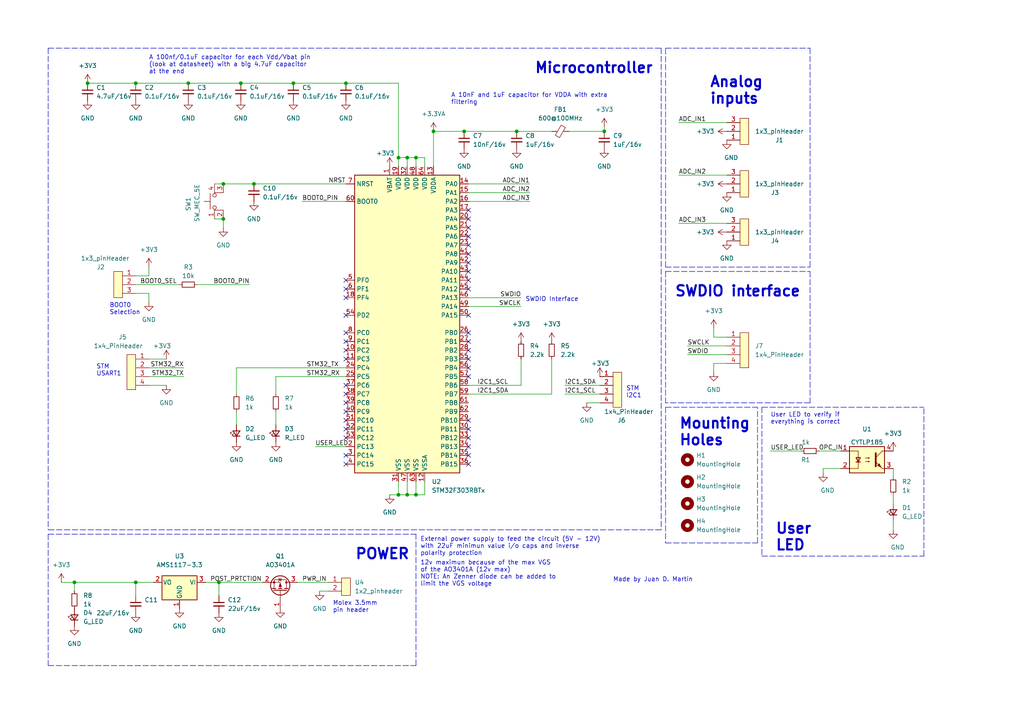
<source format=kicad_sch>
(kicad_sch (version 20211123) (generator eeschema)
  (paper "A4")
  (title_block (title "Analog data collector") (rev "0.1") (company "Energized Sloth"))
  (lib_symbols
    (symbol "Device:C_Small" (pin_numbers hide) (pin_names (offset 0.254) hide)
      (property "Reference" "C" (at 0.254 1.778 0))
      (property "Value" "C_Small" (at 0.254 -2.032 0))
      (symbol "C_Small_0_1"
        (polyline (pts (xy -1.524 -0.508) (xy 1.524 -0.508)) (stroke (width 0.3302)))
        (polyline (pts (xy -1.524 0.508) (xy 1.524 0.508)) (stroke (width 0.3048)))
      )
      (symbol "C_Small_1_1"
        (pin passive line (at 0 2.54 270) (length 2.032) (name "~") (number "1"))
        (pin passive line (at 0 -2.54 90) (length 2.032) (name "~") (number "2"))
      )
    )
    (symbol "Device:FerriteBead_Small" (pin_numbers hide) (pin_names (offset 0))
      (property "Reference" "FB" (at 1.905 1.27 0))
      (property "Value" "FerriteBead_Small" (at 1.905 -1.27 0))
      (symbol "FerriteBead_Small_0_1"
        (polyline (pts (xy 0 -1.27) (xy 0 -0.7874)))
        (polyline (pts (xy 0 0.889) (xy 0 1.2954)))
        (polyline (pts (xy -1.8288 0.2794) (xy -1.1176 1.4986) (xy 1.8288 -0.2032) (xy 1.1176 -1.4224) (xy -1.8288 0.2794)))
      )
      (symbol "FerriteBead_Small_1_1"
        (pin passive line (at 0 2.54 270) (length 1.27) (name "~") (number "1"))
        (pin passive line (at 0 -2.54 90) (length 1.27) (name "~") (number "2"))
      )
    )
    (symbol "Device:LED_Small" (pin_numbers hide) (pin_names (offset 0.254) hide)
      (property "Reference" "D" (at -1.27 3.175 0))
      (property "Value" "LED_Small" (at -4.445 -2.54 0))
      (symbol "LED_Small_0_1"
        (polyline (pts (xy -0.762 -1.016) (xy -0.762 1.016)) (stroke (width 0.254)))
        (polyline (pts (xy 1.016 0) (xy -0.762 0)))
        (polyline (pts (xy 0.762 -1.016) (xy -0.762 0) (xy 0.762 1.016) (xy 0.762 -1.016)) (stroke (width 0.254)))
        (polyline (pts (xy 0 0.762) (xy -0.508 1.27) (xy -0.254 1.27) (xy -0.508 1.27) (xy -0.508 1.016)))
        (polyline (pts (xy 0.508 1.27) (xy 0 1.778) (xy 0.254 1.778) (xy 0 1.778) (xy 0 1.524)))
      )
      (symbol "LED_Small_1_1"
        (pin passive line (at -2.54 0 0) (length 1.778) (name "K") (number "1"))
        (pin passive line (at 2.54 0 180) (length 1.778) (name "A") (number "2"))
      )
    )
    (symbol "Device:R_Small" (pin_numbers hide) (pin_names (offset 0.254) hide)
      (property "Reference" "R" (at 0.762 0.508 0))
      (property "Value" "R_Small" (at 0.762 -1.016 0))
      (symbol "R_Small_0_1"
        (rectangle (start -0.762 1.778) (end 0.762 -1.778) (stroke (width 0.2032)))
      )
      (symbol "R_Small_1_1"
        (pin passive line (at 0 2.54 270) (length 0.762) (name "~") (number "1"))
        (pin passive line (at 0 -2.54 90) (length 0.762) (name "~") (number "2"))
      )
    )
    (symbol "MCU_ST_STM32F3:STM32F303RBTx"
      (property "Reference" "U" (at -15.24 44.45 0))
      (property "Value" "STM32F303RBTx" (at 10.16 44.45 0))
      (symbol "STM32F303RBTx_0_1"
        (rectangle (start -15.24 -43.18) (end 15.24 43.18) (stroke (width 0.254)) (fill (type background)))
      )
      (symbol "STM32F303RBTx_1_1"
        (pin power_in line (at -5.08 45.72 270) (length 2.54) (name "VBAT") (number "1"))
        (pin bidirectional line (at -17.78 -7.62 0) (length 2.54) (name "PC2") (number "10"))
        (pin bidirectional line (at -17.78 -10.16 0) (length 2.54) (name "PC3") (number "11"))
        (pin power_in line (at 5.08 -45.72 90) (length 2.54) (name "VSSA") (number "12"))
        (pin power_in line (at 7.62 45.72 270) (length 2.54) (name "VDDA") (number "13"))
        (pin bidirectional line (at 17.78 40.64 180) (length 2.54) (name "PA0") (number "14"))
        (pin bidirectional line (at 17.78 38.1 180) (length 2.54) (name "PA1") (number "15"))
        (pin bidirectional line (at 17.78 35.56 180) (length 2.54) (name "PA2") (number "16"))
        (pin bidirectional line (at 17.78 33.02 180) (length 2.54) (name "PA3") (number "17"))
        (pin bidirectional line (at -17.78 7.62 0) (length 2.54) (name "PF4") (number "18"))
        (pin power_in line (at -2.54 45.72 270) (length 2.54) (name "VDD") (number "19"))
        (pin bidirectional line (at -17.78 -35.56 0) (length 2.54) (name "PC13") (number "2"))
        (pin bidirectional line (at 17.78 30.48 180) (length 2.54) (name "PA4") (number "20"))
        (pin bidirectional line (at 17.78 27.94 180) (length 2.54) (name "PA5") (number "21"))
        (pin bidirectional line (at 17.78 25.4 180) (length 2.54) (name "PA6") (number "22"))
        (pin bidirectional line (at 17.78 22.86 180) (length 2.54) (name "PA7") (number "23"))
        (pin bidirectional line (at -17.78 -12.7 0) (length 2.54) (name "PC4") (number "24"))
        (pin bidirectional line (at -17.78 -15.24 0) (length 2.54) (name "PC5") (number "25"))
        (pin bidirectional line (at 17.78 -2.54 180) (length 2.54) (name "PB0") (number "26"))
        (pin bidirectional line (at 17.78 -5.08 180) (length 2.54) (name "PB1") (number "27"))
        (pin bidirectional line (at 17.78 -7.62 180) (length 2.54) (name "PB2") (number "28"))
        (pin bidirectional line (at 17.78 -27.94 180) (length 2.54) (name "PB10") (number "29"))
        (pin bidirectional line (at -17.78 -38.1 0) (length 2.54) (name "PC14") (number "3"))
        (pin bidirectional line (at 17.78 -30.48 180) (length 2.54) (name "PB11") (number "30"))
        (pin power_in line (at -2.54 -45.72 90) (length 2.54) (name "VSS") (number "31"))
        (pin power_in line (at 0 45.72 270) (length 2.54) (name "VDD") (number "32"))
        (pin bidirectional line (at 17.78 -33.02 180) (length 2.54) (name "PB12") (number "33"))
        (pin bidirectional line (at 17.78 -35.56 180) (length 2.54) (name "PB13") (number "34"))
        (pin bidirectional line (at 17.78 -38.1 180) (length 2.54) (name "PB14") (number "35"))
        (pin bidirectional line (at 17.78 -40.64 180) (length 2.54) (name "PB15") (number "36"))
        (pin bidirectional line (at -17.78 -17.78 0) (length 2.54) (name "PC6") (number "37"))
        (pin bidirectional line (at -17.78 -20.32 0) (length 2.54) (name "PC7") (number "38"))
        (pin bidirectional line (at -17.78 -22.86 0) (length 2.54) (name "PC8") (number "39"))
        (pin bidirectional line (at -17.78 -40.64 0) (length 2.54) (name "PC15") (number "4"))
        (pin bidirectional line (at -17.78 -25.4 0) (length 2.54) (name "PC9") (number "40"))
        (pin bidirectional line (at 17.78 20.32 180) (length 2.54) (name "PA8") (number "41"))
        (pin bidirectional line (at 17.78 17.78 180) (length 2.54) (name "PA9") (number "42"))
        (pin bidirectional line (at 17.78 15.24 180) (length 2.54) (name "PA10") (number "43"))
        (pin bidirectional line (at 17.78 12.7 180) (length 2.54) (name "PA11") (number "44"))
        (pin bidirectional line (at 17.78 10.16 180) (length 2.54) (name "PA12") (number "45"))
        (pin bidirectional line (at 17.78 7.62 180) (length 2.54) (name "PA13") (number "46"))
        (pin power_in line (at 0 -45.72 90) (length 2.54) (name "VSS") (number "47"))
        (pin power_in line (at 2.54 45.72 270) (length 2.54) (name "VDD") (number "48"))
        (pin bidirectional line (at 17.78 5.08 180) (length 2.54) (name "PA14") (number "49"))
        (pin input line (at -17.78 12.7 0) (length 2.54) (name "PF0") (number "5"))
        (pin bidirectional line (at 17.78 2.54 180) (length 2.54) (name "PA15") (number "50"))
        (pin bidirectional line (at -17.78 -27.94 0) (length 2.54) (name "PC10") (number "51"))
        (pin bidirectional line (at -17.78 -30.48 0) (length 2.54) (name "PC11") (number "52"))
        (pin bidirectional line (at -17.78 -33.02 0) (length 2.54) (name "PC12") (number "53"))
        (pin bidirectional line (at -17.78 2.54 0) (length 2.54) (name "PD2") (number "54"))
        (pin bidirectional line (at 17.78 -10.16 180) (length 2.54) (name "PB3") (number "55"))
        (pin bidirectional line (at 17.78 -12.7 180) (length 2.54) (name "PB4") (number "56"))
        (pin bidirectional line (at 17.78 -15.24 180) (length 2.54) (name "PB5") (number "57"))
        (pin bidirectional line (at 17.78 -17.78 180) (length 2.54) (name "PB6") (number "58"))
        (pin bidirectional line (at 17.78 -20.32 180) (length 2.54) (name "PB7") (number "59"))
        (pin input line (at -17.78 10.16 0) (length 2.54) (name "PF1") (number "6"))
        (pin input line (at -17.78 35.56 0) (length 2.54) (name "BOOT0") (number "60"))
        (pin bidirectional line (at 17.78 -22.86 180) (length 2.54) (name "PB8") (number "61"))
        (pin bidirectional line (at 17.78 -25.4 180) (length 2.54) (name "PB9") (number "62"))
        (pin power_in line (at 2.54 -45.72 90) (length 2.54) (name "VSS") (number "63"))
        (pin power_in line (at 5.08 45.72 270) (length 2.54) (name "VDD") (number "64"))
        (pin input line (at -17.78 40.64 0) (length 2.54) (name "NRST") (number "7"))
        (pin bidirectional line (at -17.78 -2.54 0) (length 2.54) (name "PC0") (number "8"))
        (pin bidirectional line (at -17.78 -5.08 0) (length 2.54) (name "PC1") (number "9"))
      )
    )
    (symbol "Mechanical:MountingHole" (pin_names (offset 1.016))
      (property "Reference" "H" (at 0 5.08 0))
      (property "Value" "MountingHole" (at 0 3.175 0))
      (symbol "MountingHole_0_1"
        (circle (center 0 0) (radius 1.27) (stroke (width 1.27)))
      )
    )
    (symbol "Optocouplers:OCIC_CYTLP185(GB-TP)"
      (property "Reference" "U" (at 0 6.35 0))
      (property "Value" "OCIC_CYTLP185(GB-TP)" (at 1.27 8.89 0))
      (symbol "OCIC_CYTLP185(GB-TP)_0_1"
        (rectangle (start -5.08 3.81) (end 5.08 -3.81) (stroke (width 0.254)) (fill (type background)))
        (polyline (pts (xy -3.175 -0.635) (xy -1.905 -0.635)) (stroke (width 0.254)))
        (polyline (pts (xy 2.54 0.635) (xy 4.445 2.54)))
        (polyline (pts (xy 4.445 -2.54) (xy 2.54 -0.635)) (fill (type outline)))
        (polyline (pts (xy 4.445 -2.54) (xy 5.08 -2.54)))
        (polyline (pts (xy 4.445 2.54) (xy 5.08 2.54)))
        (polyline (pts (xy -2.54 -0.635) (xy -2.54 -2.54) (xy -5.08 -2.54)))
        (polyline (pts (xy 2.54 1.905) (xy 2.54 -1.905) (xy 2.54 -1.905)) (stroke (width 0.508)))
        (polyline (pts (xy -5.08 2.54) (xy -2.54 2.54) (xy -2.54 -1.27) (xy -2.54 0.635)))
        (polyline (pts (xy -2.54 -0.635) (xy -3.175 0.635) (xy -1.905 0.635) (xy -2.54 -0.635)) (stroke (width 0.254)))
        (polyline (pts (xy -0.508 -0.508) (xy 0.762 -0.508) (xy 0.381 -0.635) (xy 0.381 -0.381) (xy 0.762 -0.508)))
        (polyline (pts (xy -0.508 0.508) (xy 0.762 0.508) (xy 0.381 0.381) (xy 0.381 0.635) (xy 0.762 0.508)))
        (polyline (pts (xy 3.048 -1.651) (xy 3.556 -1.143) (xy 4.064 -2.159) (xy 3.048 -1.651) (xy 3.048 -1.651)) (fill (type outline)))
      )
      (symbol "OCIC_CYTLP185(GB-TP)_1_1"
        (pin passive line (at -7.62 2.54 0) (length 2.54) (name "~") (number "1"))
        (pin passive line (at -7.62 -2.54 0) (length 2.54) (name "~") (number "2"))
        (pin passive line (at 7.62 -2.54 180) (length 2.54) (name "~") (number "3"))
        (pin passive line (at 7.62 2.54 180) (length 2.54) (name "~") (number "4"))
      )
    )
    (symbol "Pin_Headers:1x2_pinheader"
      (property "Reference" "U" (at -1.27 5.08 0))
      (property "Value" "1x2_pinheader" (at -2.54 7.62 0))
      (symbol "1x2_pinheader_0_1"
        (rectangle (start -1.27 2.54) (end 1.27 -2.54) (fill (type background)))
      )
      (symbol "1x2_pinheader_1_1"
        (pin input line (at -5.08 1.27 0) (length 3.81) (name "") (number "1"))
        (pin input line (at -5.08 -1.27 0) (length 3.81) (name "") (number "2"))
      )
    )
    (symbol "Pin_Headers:1x3_pinHeader"
      (property "Reference" "J" (at 0 10.16 0))
      (property "Value" "1x3_pinHeader" (at -1.27 6.35 0))
      (symbol "1x3_pinHeader_0_1"
        (rectangle (start 1.27 3.81) (end 3.81 -3.81) (fill (type background)))
      )
      (symbol "1x3_pinHeader_1_1"
        (pin input line (at -2.54 2.54 0) (length 3.81) (name "") (number "1"))
        (pin input line (at -2.54 0 0) (length 3.81) (name "") (number "2"))
        (pin input line (at -2.54 -2.54 0) (length 3.81) (name "") (number "3"))
      )
    )
    (symbol "Pin_Headers:1x4_PinHeader"
      (property "Reference" "J" (at -2.54 7.366 0))
      (property "Value" "1x4_PinHeader" (at -2.794 5.842 0))
      (symbol "1x4_PinHeader_0_1"
        (rectangle (start 0 2.54) (end 2.54 -7.62) (fill (type background)))
      )
      (symbol "1x4_PinHeader_1_1"
        (pin input line (at -3.81 1.27 0) (length 3.81) (name "") (number "1"))
        (pin input line (at -3.81 -1.27 0) (length 3.81) (name "") (number "2"))
        (pin input line (at -3.81 -3.81 0) (length 3.81) (name "") (number "3"))
        (pin input line (at -3.81 -6.35 0) (length 3.81) (name "") (number "4"))
      )
    )
    (symbol "Regulator_Linear:AMS1117-3.3" (pin_names (offset 0.254))
      (property "Reference" "U" (at -3.81 3.175 0))
      (property "Value" "AMS1117-3.3" (at 0 3.175 0))
      (symbol "AMS1117-3.3_0_1"
        (rectangle (start -5.08 -5.08) (end 5.08 1.905) (stroke (width 0.254)) (fill (type background)))
      )
      (symbol "AMS1117-3.3_1_1"
        (pin power_in line (at 0 -7.62 90) (length 2.54) (name "GND") (number "1"))
        (pin power_out line (at 7.62 0 180) (length 2.54) (name "VO") (number "2"))
        (pin power_in line (at -7.62 0 0) (length 2.54) (name "VI") (number "3"))
      )
    )
    (symbol "Switch:SW_MEC_5E" (pin_names (offset 1.016) hide)
      (property "Reference" "SW" (at 0.635 5.715 0))
      (property "Value" "SW_MEC_5E" (at 0 -3.175 0))
      (symbol "SW_MEC_5E_0_1"
        (circle (center -1.778 2.54) (radius 0.508))
        (polyline (pts (xy -2.286 3.81) (xy 2.286 3.81)))
        (polyline (pts (xy 0 3.81) (xy 0 5.588)))
        (polyline (pts (xy -2.54 0) (xy -2.54 2.54) (xy -2.286 2.54)))
        (polyline (pts (xy 2.54 0) (xy 2.54 2.54) (xy 2.286 2.54)))
        (circle (center 1.778 2.54) (radius 0.508))
        (pin passive line (at -5.08 2.54 0) (length 2.54) (name "1") (number "1"))
        (pin passive line (at -5.08 0 0) (length 2.54) (name "2") (number "2"))
        (pin passive line (at 5.08 0 180) (length 2.54) (name "K") (number "3"))
        (pin passive line (at 5.08 2.54 180) (length 2.54) (name "A") (number "4"))
      )
    )
    (symbol "Transistor_FET:AO3401A" (pin_names hide)
      (property "Reference" "Q" (at 5.08 1.905 0))
      (property "Value" "AO3401A" (at 5.08 0 0))
      (symbol "AO3401A_0_1"
        (polyline (pts (xy 0.254 0) (xy -2.54 0)))
        (polyline (pts (xy 0.254 1.905) (xy 0.254 -1.905)) (stroke (width 0.254)))
        (polyline (pts (xy 0.762 -1.27) (xy 0.762 -2.286)) (stroke (width 0.254)))
        (polyline (pts (xy 0.762 0.508) (xy 0.762 -0.508)) (stroke (width 0.254)))
        (polyline (pts (xy 0.762 2.286) (xy 0.762 1.27)) (stroke (width 0.254)))
        (polyline (pts (xy 2.54 2.54) (xy 2.54 1.778)))
        (polyline (pts (xy 2.54 -2.54) (xy 2.54 0) (xy 0.762 0)))
        (polyline (pts (xy 0.762 1.778) (xy 3.302 1.778) (xy 3.302 -1.778) (xy 0.762 -1.778)))
        (polyline (pts (xy 2.286 0) (xy 1.27 0.381) (xy 1.27 -0.381) (xy 2.286 0)) (fill (type outline)))
        (polyline (pts (xy 2.794 -0.508) (xy 2.921 -0.381) (xy 3.683 -0.381) (xy 3.81 -0.254)))
        (polyline (pts (xy 3.302 -0.381) (xy 2.921 0.254) (xy 3.683 0.254) (xy 3.302 -0.381)))
        (circle (center 1.651 0) (radius 2.794) (stroke (width 0.254)))
        (circle (center 2.54 -1.778) (radius 0.254) (fill (type outline)))
        (circle (center 2.54 1.778) (radius 0.254) (fill (type outline)))
      )
      (symbol "AO3401A_1_1"
        (pin input line (at -5.08 0 0) (length 2.54) (name "G") (number "1"))
        (pin passive line (at 2.54 -5.08 90) (length 2.54) (name "S") (number "2"))
        (pin passive line (at 2.54 5.08 270) (length 2.54) (name "D") (number "3"))
      )
    )
    (symbol "power:+3.3V" (power) (pin_names (offset 0))
      (property "Value" "+3.3V" (at 0 3.556 0))
      (symbol "+3.3V_0_1"
        (polyline (pts (xy -0.762 1.27) (xy 0 2.54)))
        (polyline (pts (xy 0 0) (xy 0 2.54)))
        (polyline (pts (xy 0 2.54) (xy 0.762 1.27)))
      )
      (symbol "+3.3V_1_1"
        (pin power_in line (at 0 0 90) (length 0) hide (name "+3V3") (number "1"))
      )
    )
    (symbol "power:+3.3VA" (power) (pin_names (offset 0))
      (property "Value" "+3.3VA" (at 0 3.556 0))
      (symbol "+3.3VA_0_1"
        (polyline (pts (xy -0.762 1.27) (xy 0 2.54)))
        (polyline (pts (xy 0 0) (xy 0 2.54)))
        (polyline (pts (xy 0 2.54) (xy 0.762 1.27)))
      )
      (symbol "+3.3VA_1_1"
        (pin power_in line (at 0 0 90) (length 0) hide (name "+3.3VA") (number "1"))
      )
    )
    (symbol "power:GND" (power) (pin_names (offset 0))
      (property "Value" "GND" (at 0 -3.81 0))
      (symbol "GND_0_1"
        (polyline (pts (xy 0 0) (xy 0 -1.27) (xy 1.27 -1.27) (xy 0 -2.54) (xy -1.27 -1.27) (xy 0 -1.27)))
      )
      (symbol "GND_1_1"
        (pin power_in line (at 0 0 270) (length 0) hide (name "GND") (number "1"))
      )
    )
  )
  (junction (at 39.37 24.13))
  (junction (at 69.85 24.13))
  (junction (at 25.4 24.13))
  (junction (at 149.86 38.1))
  (junction (at 100.33 24.13))
  (junction (at 64.77 63.5))
  (junction (at 21.59 168.91))
  (junction (at 120.65 143.51))
  (junction (at 118.11 143.51))
  (junction (at 120.65 45.72))
  (junction (at 64.77 53.34))
  (junction (at 54.61 24.13))
  (junction (at 125.73 38.1))
  (junction (at 118.11 45.72))
  (junction (at 73.66 53.34))
  (junction (at 175.26 38.1))
  (junction (at 115.57 143.51))
  (junction (at 85.09 24.13))
  (junction (at 115.57 45.72))
  (junction (at 63.5 168.91))
  (junction (at 134.62 38.1))
  (junction (at 39.37 168.91))
  (no_connect (at 135.89 83.82))
  (no_connect (at 135.89 91.44))
  (no_connect (at 135.89 109.22))
  (no_connect (at 135.89 60.96))
  (no_connect (at 135.89 63.5))
  (no_connect (at 135.89 66.04))
  (no_connect (at 135.89 68.58))
  (no_connect (at 135.89 71.12))
  (no_connect (at 135.89 73.66))
  (no_connect (at 135.89 76.2))
  (no_connect (at 135.89 78.74))
  (no_connect (at 135.89 132.08))
  (no_connect (at 135.89 134.62))
  (no_connect (at 135.89 127))
  (no_connect (at 135.89 121.92))
  (no_connect (at 135.89 124.46))
  (no_connect (at 135.89 129.54))
  (no_connect (at 135.89 81.28))
  (no_connect (at 135.89 96.52))
  (no_connect (at 135.89 99.06))
  (no_connect (at 135.89 101.6))
  (no_connect (at 135.89 104.14))
  (no_connect (at 135.89 106.68))
  (no_connect (at 100.33 96.52))
  (no_connect (at 100.33 99.06))
  (no_connect (at 100.33 101.6))
  (no_connect (at 100.33 104.14))
  (no_connect (at 100.33 91.44))
  (no_connect (at 100.33 81.28))
  (no_connect (at 100.33 119.38))
  (no_connect (at 100.33 121.92))
  (no_connect (at 100.33 124.46))
  (no_connect (at 100.33 127))
  (no_connect (at 100.33 116.84))
  (no_connect (at 100.33 111.76))
  (no_connect (at 100.33 114.3))
  (no_connect (at 100.33 83.82))
  (no_connect (at 100.33 86.36))
  (no_connect (at 100.33 132.08))
  (no_connect (at 100.33 134.62))
  (wire (pts (xy 43.18 111.76) (xy 48.26 111.76)))
  (wire (pts (xy 21.59 168.91) (xy 21.59 171.45)))
  (wire (pts (xy 165.1 38.1) (xy 175.26 38.1)))
  (polyline (pts (xy 234.95 13.97) (xy 234.95 77.47)))
  (wire (pts (xy 39.37 82.55) (xy 52.07 82.55)))
  (wire (pts (xy 57.15 82.55) (xy 72.39 82.55)))
  (polyline (pts (xy 13.97 154.94) (xy 13.97 193.04)))
  (wire (pts (xy 64.77 63.5) (xy 64.77 66.04)))
  (wire (pts (xy 207.01 95.25) (xy 207.01 97.79)))
  (wire (pts (xy 199.39 102.87) (xy 210.82 102.87)))
  (wire (pts (xy 160.02 104.14) (xy 160.02 114.3)))
  (polyline (pts (xy 193.04 118.11) (xy 219.71 118.11)))
  (wire (pts (xy 69.85 24.13) (xy 85.09 24.13)))
  (wire (pts (xy 173.99 116.84) (xy 170.18 116.84)))
  (polyline (pts (xy 220.98 118.11) (xy 267.97 118.11)))
  (wire (pts (xy 175.26 36.83) (xy 175.26 38.1)))
  (wire (pts (xy 91.44 129.54) (xy 100.33 129.54)))
  (wire (pts (xy 259.08 143.51) (xy 259.08 146.05)))
  (wire (pts (xy 125.73 48.26) (xy 125.73 38.1)))
  (polyline (pts (xy 193.04 13.97) (xy 234.95 13.97)))
  (polyline (pts (xy 13.97 154.94) (xy 120.65 154.94)))
  (wire (pts (xy 62.23 53.34) (xy 64.77 53.34)))
  (wire (pts (xy 43.18 109.22) (xy 53.34 109.22)))
  (wire (pts (xy 120.65 139.7) (xy 120.65 143.51)))
  (wire (pts (xy 223.52 130.81) (xy 232.41 130.81)))
  (polyline (pts (xy 191.77 153.67) (xy 13.97 153.67)))
  (polyline (pts (xy 120.65 193.04) (xy 120.65 154.94)))
  (wire (pts (xy 196.85 35.56) (xy 210.82 35.56)))
  (wire (pts (xy 80.01 119.38) (xy 80.01 123.19)))
  (wire (pts (xy 39.37 168.91) (xy 39.37 172.72)))
  (polyline (pts (xy 220.98 118.11) (xy 220.98 161.29)))
  (wire (pts (xy 123.19 48.26) (xy 123.19 45.72)))
  (wire (pts (xy 43.18 85.09) (xy 43.18 87.63)))
  (wire (pts (xy 25.4 24.13) (xy 39.37 24.13)))
  (wire (pts (xy 73.66 53.34) (xy 100.33 53.34)))
  (wire (pts (xy 196.85 50.8) (xy 210.82 50.8)))
  (polyline (pts (xy 234.95 78.74) (xy 234.95 116.84)))
  (wire (pts (xy 259.08 151.13) (xy 259.08 153.67)))
  (wire (pts (xy 237.49 130.81) (xy 243.84 130.81)))
  (wire (pts (xy 118.11 48.26) (xy 118.11 45.72)))
  (wire (pts (xy 135.89 114.3) (xy 160.02 114.3)))
  (polyline (pts (xy 13.97 193.04) (xy 120.65 193.04)))
  (wire (pts (xy 120.65 45.72) (xy 120.65 48.26)))
  (wire (pts (xy 63.5 172.72) (xy 63.5 168.91)))
  (wire (pts (xy 64.77 53.34) (xy 73.66 53.34)))
  (wire (pts (xy 259.08 135.89) (xy 259.08 138.43)))
  (wire (pts (xy 100.33 24.13) (xy 115.57 24.13)))
  (polyline (pts (xy 220.98 161.29) (xy 267.97 161.29)))
  (polyline (pts (xy 234.95 116.84) (xy 193.04 116.84)))
  (wire (pts (xy 135.89 88.9) (xy 151.13 88.9)))
  (wire (pts (xy 135.89 58.42) (xy 153.67 58.42)))
  (wire (pts (xy 115.57 139.7) (xy 115.57 143.51)))
  (wire (pts (xy 43.18 106.68) (xy 53.34 106.68)))
  (wire (pts (xy 207.01 97.79) (xy 210.82 97.79)))
  (wire (pts (xy 68.58 119.38) (xy 68.58 123.19)))
  (wire (pts (xy 196.85 64.77) (xy 210.82 64.77)))
  (wire (pts (xy 115.57 143.51) (xy 113.03 143.51)))
  (wire (pts (xy 123.19 143.51) (xy 120.65 143.51)))
  (wire (pts (xy 68.58 106.68) (xy 100.33 106.68)))
  (polyline (pts (xy 193.04 118.11) (xy 193.04 157.48)))
  (wire (pts (xy 80.01 109.22) (xy 100.33 109.22)))
  (wire (pts (xy 123.19 139.7) (xy 123.19 143.51)))
  (wire (pts (xy 123.19 45.72) (xy 120.65 45.72)))
  (wire (pts (xy 238.76 135.89) (xy 238.76 137.16)))
  (wire (pts (xy 39.37 80.01) (xy 43.18 80.01)))
  (wire (pts (xy 54.61 24.13) (xy 69.85 24.13)))
  (polyline (pts (xy 193.04 77.47) (xy 193.04 13.97)))
  (wire (pts (xy 115.57 45.72) (xy 115.57 24.13)))
  (wire (pts (xy 95.25 171.45) (xy 92.71 171.45)))
  (polyline (pts (xy 193.04 157.48) (xy 219.71 157.48)))
  (polyline (pts (xy 13.97 13.97) (xy 13.97 153.67)))
  (polyline (pts (xy 191.77 13.97) (xy 191.77 153.67)))
  (wire (pts (xy 85.09 24.13) (xy 100.33 24.13)))
  (wire (pts (xy 43.18 80.01) (xy 43.18 77.47)))
  (wire (pts (xy 87.63 58.42) (xy 100.33 58.42)))
  (wire (pts (xy 118.11 139.7) (xy 118.11 143.51)))
  (wire (pts (xy 135.89 55.88) (xy 153.67 55.88)))
  (wire (pts (xy 118.11 45.72) (xy 115.57 45.72)))
  (wire (pts (xy 163.83 114.3) (xy 173.99 114.3)))
  (wire (pts (xy 243.84 135.89) (xy 238.76 135.89)))
  (wire (pts (xy 134.62 38.1) (xy 149.86 38.1)))
  (wire (pts (xy 115.57 48.26) (xy 115.57 45.72)))
  (wire (pts (xy 86.36 168.91) (xy 95.25 168.91)))
  (wire (pts (xy 62.23 63.5) (xy 64.77 63.5)))
  (wire (pts (xy 120.65 143.51) (xy 118.11 143.51)))
  (wire (pts (xy 135.89 111.76) (xy 151.13 111.76)))
  (wire (pts (xy 39.37 85.09) (xy 43.18 85.09)))
  (wire (pts (xy 199.39 100.33) (xy 210.82 100.33)))
  (wire (pts (xy 63.5 168.91) (xy 76.2 168.91)))
  (wire (pts (xy 80.01 109.22) (xy 80.01 114.3)))
  (wire (pts (xy 151.13 104.14) (xy 151.13 111.76)))
  (wire (pts (xy 207.01 105.41) (xy 210.82 105.41)))
  (wire (pts (xy 63.5 168.91) (xy 59.69 168.91)))
  (wire (pts (xy 135.89 53.34) (xy 153.67 53.34)))
  (wire (pts (xy 21.59 168.91) (xy 39.37 168.91)))
  (wire (pts (xy 125.73 38.1) (xy 134.62 38.1)))
  (wire (pts (xy 163.83 111.76) (xy 173.99 111.76)))
  (wire (pts (xy 17.78 168.91) (xy 21.59 168.91)))
  (wire (pts (xy 207.01 107.95) (xy 207.01 105.41)))
  (polyline (pts (xy 219.71 157.48) (xy 219.71 118.11)))
  (wire (pts (xy 135.89 86.36) (xy 151.13 86.36)))
  (polyline (pts (xy 267.97 161.29) (xy 267.97 118.11)))
  (wire (pts (xy 149.86 38.1) (xy 160.02 38.1)))
  (polyline (pts (xy 13.97 13.97) (xy 191.77 13.97)))
  (polyline (pts (xy 193.04 77.47) (xy 234.95 77.47)))
  (wire (pts (xy 39.37 168.91) (xy 44.45 168.91)))
  (wire (pts (xy 39.37 24.13) (xy 54.61 24.13)))
  (polyline (pts (xy 193.04 78.74) (xy 193.04 116.84)))
  (wire (pts (xy 68.58 106.68) (xy 68.58 114.3)))
  (polyline (pts (xy 193.04 78.74) (xy 234.95 78.74)))
  (wire (pts (xy 43.18 104.14) (xy 48.26 104.14)))
  (wire (pts (xy 118.11 143.51) (xy 115.57 143.51)))
  (wire (pts (xy 120.65 45.72) (xy 118.11 45.72)))
  (text "User\nLED" (at 224.79 160.02 0) (effects (font (size 3 3) (thickness 0.6) bold) (justify left bottom)))
  (text "Molex 3.5mm\npin header" (at 96.52 177.8 0) (effects (font (size 1.27 1.27)) (justify left bottom)))
  (text "A 10nF and 1uF capacitor for VDDA with extra\nfiltering" (at 130.81 30.48 0) (effects (font (size 1.27 1.27)) (justify left bottom)))
  (text "A 100nf/0.1uF capacitor for each Vdd/Vbat pin\n(look at datasheet) with a big 4.7uF capacitor\nat the end" (at 43.18 21.59 0) (effects (font (size 1.27 1.27)) (justify left bottom)))
  (text "STM\nUSART1" (at 27.94 109.22 0) (effects (font (size 1.27 1.27)) (justify left bottom)))
  (text "BOOT0 \nSelection" (at 31.75 91.44 0) (effects (font (size 1.27 1.27)) (justify left bottom)))
  (text "POWER" (at 102.87 162.56 0) (effects (font (size 3 3) (thickness 0.6) bold) (justify left bottom)))
  (text "Mounting \nHoles" (at 196.85 129.54 0) (effects (font (size 3 3) (thickness 0.6) bold) (justify left bottom)))
  (text "SWDIO interface" (at 195.58 86.36 0) (effects (font (size 3 3) (thickness 0.6) bold) (justify left bottom)))
  (text "External power supply to feed the circuit (5V - 12V)\nwith 22uF minimun value i/o caps and inverse \npolarity protection" (at 121.92 161.29 0) (effects (font (size 1.27 1.27)) (justify left bottom)))
  (text "SWDIO Interface\n" (at 152.4 87.63 0) (effects (font (size 1.27 1.27)) (justify left bottom)))
  (text "12v maximun because of the max VGS\nof the AO3401A (12v max)\nNOTE: An Zenner diode can be added to\nlimit the VGS voltage" (at 121.92 170.18 0) (effects (font (size 1.27 1.27)) (justify left bottom)))
  (text "User LED to verify if\neverything is correct" (at 223.52 123.19 0) (effects (font (size 1.27 1.27)) (justify left bottom)))
  (text "Microcontroller" (at 154.94 21.59 0) (effects (font (size 3 3) (thickness 0.6) bold) (justify left bottom)))
  (text "STM\nI2C1" (at 181.61 115.57 0) (effects (font (size 1.27 1.27)) (justify left bottom)))
  (text "Made by Juan D. Martín" (at 177.8 168.91 0) (effects (font (size 1.27 1.27)) (justify left bottom)))
  (text "Analog \ninputs" (at 205.74 30.48 0) (effects (font (size 3 3) (thickness 0.6) bold) (justify left bottom)))
  (label "ADC_IN1" (at 196.85 35.56 0))
  (label "USER_LED" (at 91.44 129.54 0))
  (label "POST_PRTCTION" (at 60.96 168.91 0))
  (label "SWCLK" (at 199.39 100.33 0))
  (label "SWCLK" (at 151.13 88.9 180))
  (label "ADC_IN3" (at 196.85 64.77 0))
  (label "BOOT0_PIN" (at 72.39 82.55 180))
  (label "I2C1_SCL" (at 138.43 111.76 0))
  (label "ADC_IN2" (at 196.85 50.8 0))
  (label "STM32_RX" (at 88.9 109.22 0))
  (label "I2C1_SDA" (at 163.83 111.76 0))
  (label "ADC_IN3" (at 153.67 58.42 180))
  (label "STM32_TX" (at 88.9 106.68 0))
  (label "STM32_TX" (at 53.34 109.22 180))
  (label "ADC_IN1" (at 153.67 53.34 180))
  (label "STM32_RX" (at 53.34 106.68 180))
  (label "USER_LED" (at 223.52 130.81 0))
  (label "SWDIO" (at 151.13 86.36 180))
  (label "OPC_IN" (at 237.49 130.81 0))
  (label "BOOT0_SEL" (at 40.64 82.55 0))
  (label "BOOT0_PIN" (at 87.63 58.42 0))
  (label "I2C1_SCL" (at 163.83 114.3 0))
  (label "ADC_IN2" (at 153.67 55.88 180))
  (label "PWR_IN" (at 87.63 168.91 0))
  (label "I2C1_SDA" (at 138.43 114.3 0))
  (label "NRST" (at 95.25 53.34 0))
  (label "SWDIO" (at 199.39 102.87 0))
  (symbol (lib_id "power:GND") (at 113.03 143.51 0) (unit 1)
    (property "Reference" "#PWR0117" (effects hide))
    (property "Value" "GND" (at 113.03 148.59 0))
  )
  (symbol (lib_id "Device:C_Small") (at 134.62 40.64 0) (unit 1)
    (property "Reference" "C7" (at 137.16 39.3762 0) (effects (justify left)))
    (property "Value" "10nF/16v" (at 137.16 41.9162 0) (effects (justify left)))
    (property "Footprint" "footprints:0603_Capacitor" (effects hide))
    (property "LCSC Part #" " C57112" (effects hide))
  )
  (symbol (lib_id "Pin_Headers:1x4_PinHeader") (at 214.63 99.06 0) (unit 1)
    (property "Reference" "J7" (at 218.948 100.3299 0) (effects (justify left)))
    (property "Value" "1x4_PinHeader" (at 218.948 102.8699 0) (effects (justify left)))
    (property "Footprint" "Connector_PinHeader_2.54mm:PinHeader_1x04_P2.54mm_Vertical" (effects hide))
  )
  (symbol (lib_id "power:GND") (at 39.37 177.8 0) (unit 1)
    (property "Reference" "#PWR0107" (effects hide))
    (property "Value" "GND" (at 39.37 182.88 0))
  )
  (symbol (lib_id "Pin_Headers:1x3_pinHeader") (at 213.36 53.34 0) (mirror x) (unit 1)
    (property "Reference" "J3" (at 224.79 55.88 0))
    (property "Value" "1x3_pinHeader" (at 226.06 53.34 0))
    (property "Footprint" "Connector_PinHeader_2.54mm:PinHeader_1x03_P2.54mm_Vertical" (effects hide))
  )
  (symbol (lib_id "Device:R_Small") (at 80.01 116.84 0) (unit 1)
    (property "Reference" "R7" (at 82.55 115.5699 0) (effects (justify left)))
    (property "Value" "1k" (at 82.55 118.1099 0) (effects (justify left)))
    (property "Footprint" "footprints:0805_Resistor" (effects hide))
  )
  (symbol (lib_id "power:GND") (at 63.5 177.8 0) (unit 1)
    (property "Reference" "#PWR0112" (effects hide))
    (property "Value" "GND" (at 63.5 182.88 0))
  )
  (symbol (lib_id "power:+3.3V") (at 173.99 109.22 0) (unit 1)
    (property "Reference" "#PWR0141" (effects hide))
    (property "Value" "+3.3V" (at 171.45 105.41 0) (effects (justify left)))
  )
  (symbol (lib_id "Pin_Headers:1x4_PinHeader") (at 177.8 110.49 0) (unit 1)
    (property "Reference" "J6" (at 179.07 121.92 0) (effects (justify left)))
    (property "Value" "1x4_PinHeader" (at 175.26 119.38 0) (effects (justify left)))
    (property "Footprint" "Connector_PinHeader_2.54mm:PinHeader_1x04_P2.54mm_Horizontal" (effects hide))
  )
  (symbol (lib_id "power:GND") (at 52.07 176.53 0) (unit 1)
    (property "Reference" "#PWR0106" (effects hide))
    (property "Value" "GND" (at 52.07 181.61 0))
  )
  (symbol (lib_id "Device:C_Small") (at 73.66 55.88 0) (unit 1)
    (property "Reference" "C10" (at 76.2 54.6162 0) (effects (justify left)))
    (property "Value" "0.1uF/16v" (at 76.2 57.1562 0) (effects (justify left)))
    (property "Footprint" "footprints:0603_Capacitor" (effects hide))
    (property "LCSC Part #" "C14663" (effects hide))
  )
  (symbol (lib_id "power:+3.3V") (at 210.82 67.31 90) (unit 1)
    (property "Reference" "#PWR0136" (effects hide))
    (property "Value" "+3.3V" (at 201.93 67.31 90) (effects (justify right)))
  )
  (symbol (lib_id "power:GND") (at 54.61 29.21 0) (unit 1)
    (property "Reference" "#PWR0123" (effects hide))
    (property "Value" "GND" (at 54.61 34.29 0))
  )
  (symbol (lib_id "power:GND") (at 210.82 40.64 0) (unit 1)
    (property "Reference" "#PWR0138" (effects hide))
    (property "Value" "GND" (at 212.09 45.72 0))
  )
  (symbol (lib_id "power:+3.3V") (at 48.26 104.14 0) (unit 1)
    (property "Reference" "#PWR0116" (effects hide))
    (property "Value" "+3.3V" (at 46.99 100.33 0))
  )
  (symbol (lib_id "power:GND") (at 43.18 87.63 0) (unit 1)
    (property "Reference" "#PWR0105" (effects hide))
    (property "Value" "GND" (at 43.18 92.71 0))
  )
  (symbol (lib_id "power:+3.3V") (at 151.13 99.06 0) (unit 1)
    (property "Reference" "#PWR0125" (effects hide))
    (property "Value" "+3.3V" (at 151.13 93.98 0))
  )
  (symbol (lib_id "Pin_Headers:1x2_pinheader") (at 100.33 170.18 0) (unit 1)
    (property "Reference" "U4" (at 102.87 168.9099 0) (effects (justify left)))
    (property "Value" "1x2_pinheader" (at 102.87 171.4499 0) (effects (justify left)))
    (property "Footprint" "Connector_Molex:Molex_KK-396_A-41791-0002_1x02_P3.96mm_Vertical" (effects hide))
  )
  (symbol (lib_id "power:+3.3V") (at 175.26 36.83 0) (unit 1)
    (property "Reference" "#PWR0128" (effects hide))
    (property "Value" "+3.3V" (at 175.26 31.75 0))
  )
  (symbol (lib_id "Optocouplers:OCIC_CYTLP185(GB-TP)") (at 251.46 133.35 0) (unit 1)
    (property "Reference" "U1" (at 251.46 124.46 0))
    (property "Value" "CYTLP185" (at 251.46 128.27 0))
    (property "Footprint" "OptoDevice:SOIC-4" (effects hide))
  )
  (symbol (lib_id "power:GND") (at 92.71 171.45 0) (unit 1)
    (property "Reference" "#PWR0108" (effects hide))
    (property "Value" "GND" (at 92.71 176.53 0))
  )
  (symbol (lib_id "Pin_Headers:1x3_pinHeader") (at 36.83 82.55 0) (mirror y) (unit 1)
    (property "Reference" "J2" (at 29.21 77.47 0))
    (property "Value" "1x3_pinHeader" (at 30.48 74.93 0))
    (property "Footprint" "Connector_PinHeader_2.54mm:PinHeader_1x03_P2.54mm_Vertical" (effects hide))
  )
  (symbol (lib_id "power:GND") (at 64.77 66.04 0) (unit 1)
    (property "Reference" "#PWR0144" (effects hide))
    (property "Value" "GND" (at 64.77 71.12 0))
  )
  (symbol (lib_id "Device:C_Small") (at 54.61 26.67 0) (unit 1)
    (property "Reference" "C3" (at 57.15 25.4062 0) (effects (justify left)))
    (property "Value" "0.1uF/16v" (at 57.15 27.9462 0) (effects (justify left)))
    (property "Footprint" "footprints:0603_Capacitor" (effects hide))
    (property "LCSC Part #" "C14663" (effects hide))
  )
  (symbol (lib_id "Pin_Headers:1x3_pinHeader") (at 213.36 38.1 0) (mirror x) (unit 1)
    (property "Reference" "J1" (at 226.06 40.64 0))
    (property "Value" "1x3_pinHeader" (at 226.06 38.1 0))
    (property "Footprint" "Connector_PinHeader_2.54mm:PinHeader_1x03_P2.54mm_Vertical" (effects hide))
  )
  (symbol (lib_id "power:GND") (at 210.82 69.85 0) (unit 1)
    (property "Reference" "#PWR0139" (effects hide))
    (property "Value" "GND" (at 210.82 74.93 0))
  )
  (symbol (lib_id "power:GND") (at 259.08 153.67 0) (unit 1)
    (property "Reference" "#PWR0132" (effects hide))
    (property "Value" "GND" (at 260.35 158.75 0))
  )
  (symbol (lib_id "Device:LED_Small") (at 21.59 179.07 90) (unit 1)
    (property "Reference" "D4" (at 24.13 177.7364 90) (effects (justify right)))
    (property "Value" "G_LED" (at 24.13 180.2764 90) (effects (justify right)))
    (property "Footprint" "footprints:LED_0805" (effects hide))
  )
  (symbol (lib_id "Device:R_Small") (at 54.61 82.55 90) (unit 1)
    (property "Reference" "R3" (at 54.61 77.47 90))
    (property "Value" "10k" (at 54.61 80.01 90))
    (property "Footprint" "footprints:0805_Resistor" (effects hide))
  )
  (symbol (lib_id "power:GND") (at 39.37 29.21 0) (unit 1)
    (property "Reference" "#PWR0102" (effects hide))
    (property "Value" "GND" (at 39.37 34.29 0))
  )
  (symbol (lib_id "Device:R_Small") (at 151.13 101.6 0) (unit 1)
    (property "Reference" "R4" (at 153.67 100.3299 0) (effects (justify left)))
    (property "Value" "2.2k" (at 153.67 102.8699 0) (effects (justify left)))
    (property "Footprint" "footprints:0805_Resistor" (effects hide))
  )
  (symbol (lib_id "Mechanical:MountingHole") (at 199.39 133.35 0) (unit 1)
    (property "Reference" "H1" (at 201.93 132.0799 0) (effects (justify left)))
    (property "Value" "MountingHole" (at 201.93 134.6199 0) (effects (justify left)))
    (property "Footprint" "MountingHole:MountingHole_2.2mm_M2" (effects hide))
  )
  (symbol (lib_id "Regulator_Linear:AMS1117-3.3") (at 52.07 168.91 0) (mirror y) (unit 1)
    (property "Reference" "U3" (at 52.07 161.29 0))
    (property "Value" "AMS1117-3.3" (at 52.07 163.83 0))
    (property "Footprint" "Package_TO_SOT_SMD:SOT-223-3_TabPin2" (effects hide))
    (property "Datasheet" "http://www.advanced-monolithic.com/pdf/ds1117.pdf" (effects hide))
  )
  (symbol (lib_id "Device:C_Small") (at 39.37 26.67 0) (unit 1)
    (property "Reference" "C2" (at 41.91 25.4062 0) (effects (justify left)))
    (property "Value" "0.1uF/16v" (at 41.91 27.9462 0) (effects (justify left)))
    (property "Footprint" "footprints:0603_Capacitor" (effects hide))
    (property "LCSC Part #" "C14663" (effects hide))
  )
  (symbol (lib_id "power:+3.3V") (at 43.18 77.47 0) (unit 1)
    (property "Reference" "#PWR0104" (effects hide))
    (property "Value" "+3.3V" (at 43.18 72.39 0))
  )
  (symbol (lib_id "power:+3.3V") (at 210.82 53.34 90) (unit 1)
    (property "Reference" "#PWR0135" (effects hide))
    (property "Value" "+3.3V" (at 201.93 53.34 90) (effects (justify right)))
  )
  (symbol (lib_id "power:GND") (at 134.62 43.18 0) (unit 1)
    (property "Reference" "#PWR0130" (effects hide))
    (property "Value" "GND" (at 134.62 48.26 0))
  )
  (symbol (lib_id "Pin_Headers:1x4_PinHeader") (at 39.37 105.41 0) (mirror y) (unit 1)
    (property "Reference" "J5" (at 35.56 97.79 0))
    (property "Value" "1x4_PinHeader" (at 34.29 100.33 0))
    (property "Footprint" "Connector_PinHeader_2.54mm:PinHeader_1x04_P2.54mm_Horizontal" (effects hide))
  )
  (symbol (lib_id "power:GND") (at 207.01 107.95 0) (unit 1)
    (property "Reference" "#PWR0143" (effects hide))
    (property "Value" "GND" (at 207.01 113.03 0))
  )
  (symbol (lib_id "Device:R_Small") (at 259.08 140.97 0) (unit 1)
    (property "Reference" "R2" (at 261.62 139.6999 0) (effects (justify left)))
    (property "Value" "1k" (at 261.62 142.2399 0) (effects (justify left)))
    (property "Footprint" "footprints:0805_Resistor" (effects hide))
  )
  (symbol (lib_id "Device:LED_Small") (at 80.01 125.73 90) (unit 1)
    (property "Reference" "D3" (at 82.55 124.3964 90) (effects (justify right)))
    (property "Value" "R_LED" (at 82.55 126.9364 90) (effects (justify right)))
    (property "Footprint" "footprints:LED_0805" (effects hide))
  )
  (symbol (lib_id "power:+3.3VA") (at 125.73 38.1 0) (unit 1)
    (property "Reference" "#PWR0129" (effects hide))
    (property "Value" "+3.3VA" (at 125.73 33.02 0))
  )
  (symbol (lib_id "Device:LED_Small") (at 259.08 148.59 90) (unit 1)
    (property "Reference" "D1" (at 261.62 147.2564 90) (effects (justify right)))
    (property "Value" "G_LED" (at 261.62 149.7964 90) (effects (justify right)))
    (property "Footprint" "footprints:LED_0805" (effects hide))
  )
  (symbol (lib_id "Device:C_Small") (at 25.4 26.67 0) (unit 1)
    (property "Reference" "C1" (at 27.94 25.4062 0) (effects (justify left)))
    (property "Value" "4.7uF/16v" (at 27.94 27.9462 0) (effects (justify left)))
    (property "Footprint" "footprints:0603_Capacitor" (effects hide))
    (property "LCSC Part #" "C19666" (effects hide))
  )
  (symbol (lib_id "power:GND") (at 73.66 58.42 0) (unit 1)
    (property "Reference" "#PWR0115" (effects hide))
    (property "Value" "GND" (at 73.66 63.5 0))
  )
  (symbol (lib_id "power:GND") (at 238.76 137.16 0) (unit 1)
    (property "Reference" "#PWR0133" (effects hide))
    (property "Value" "GND" (at 240.03 142.24 0))
  )
  (symbol (lib_id "power:GND") (at 69.85 29.21 0) (unit 1)
    (property "Reference" "#PWR0122" (effects hide))
    (property "Value" "GND" (at 69.85 34.29 0))
  )
  (symbol (lib_id "power:GND") (at 25.4 29.21 0) (unit 1)
    (property "Reference" "#PWR0101" (effects hide))
    (property "Value" "GND" (at 25.4 34.29 0))
  )
  (symbol (lib_id "Device:R_Small") (at 234.95 130.81 90) (unit 1)
    (property "Reference" "R1" (at 233.68 133.35 90))
    (property "Value" "1k" (at 233.68 128.27 90))
    (property "Footprint" "footprints:0805_Resistor" (effects hide))
  )
  (symbol (lib_id "power:GND") (at 68.58 128.27 0) (unit 1)
    (property "Reference" "#PWR0114" (effects hide))
    (property "Value" "GND" (at 68.58 133.35 0))
  )
  (symbol (lib_id "Device:C_Small") (at 149.86 40.64 0) (unit 1)
    (property "Reference" "C8" (at 152.4 39.3762 0) (effects (justify left)))
    (property "Value" "1uF/16v" (at 152.4 41.9162 0) (effects (justify left)))
    (property "Footprint" "footprints:0603_Capacitor" (effects hide))
  )
  (symbol (lib_id "power:+3.3V") (at 160.02 99.06 0) (unit 1)
    (property "Reference" "#PWR0124" (effects hide))
    (property "Value" "+3.3V" (at 160.02 93.98 0))
  )
  (symbol (lib_id "Device:R_Small") (at 21.59 173.99 0) (unit 1)
    (property "Reference" "R8" (at 24.13 172.7199 0) (effects (justify left)))
    (property "Value" "1k" (at 24.13 175.2599 0) (effects (justify left)))
    (property "Footprint" "footprints:0805_Resistor" (effects hide))
  )
  (symbol (lib_id "Switch:SW_MEC_5E") (at 64.77 58.42 90) (unit 1)
    (property "Reference" "SW1" (at 54.61 57.15 0) (effects (justify right)))
    (property "Value" "SW_MEC_5E" (at 57.15 53.34 0) (effects (justify right)))
    (property "Footprint" "Button_Switch_SMD:PUSH_6x6mm_SMD" (effects hide))
    (property "Datasheet" "http://www.apem.com/int/index.php?controller=attachment&id_attachment=1371" (effects hide))
  )
  (symbol (lib_id "Device:R_Small") (at 160.02 101.6 0) (unit 1)
    (property "Reference" "R5" (at 162.56 100.3299 0) (effects (justify left)))
    (property "Value" "2.2k" (at 162.56 102.8699 0) (effects (justify left)))
    (property "Footprint" "footprints:0805_Resistor" (effects hide))
  )
  (symbol (lib_id "power:GND") (at 21.59 181.61 0) (unit 1)
    (property "Reference" "#PWR0111" (effects hide))
    (property "Value" "GND" (at 21.59 186.69 0))
  )
  (symbol (lib_id "Mechanical:MountingHole") (at 199.39 146.05 0) (unit 1)
    (property "Reference" "H3" (at 201.93 144.7799 0) (effects (justify left)))
    (property "Value" "MountingHole" (at 201.93 147.3199 0) (effects (justify left)))
    (property "Footprint" "MountingHole:MountingHole_2.2mm_M2" (effects hide))
  )
  (symbol (lib_id "Device:C_Small") (at 175.26 40.64 0) (unit 1)
    (property "Reference" "C9" (at 177.8 39.3762 0) (effects (justify left)))
    (property "Value" "1uF/16v" (at 177.8 41.9162 0) (effects (justify left)))
    (property "Footprint" "footprints:0603_Capacitor" (effects hide))
  )
  (symbol (lib_id "power:GND") (at 85.09 29.21 0) (unit 1)
    (property "Reference" "#PWR0119" (effects hide))
    (property "Value" "GND" (at 85.09 34.29 0))
  )
  (symbol (lib_id "Pin_Headers:1x3_pinHeader") (at 213.36 67.31 0) (mirror x) (unit 1)
    (property "Reference" "J4" (at 224.79 69.85 0))
    (property "Value" "1x3_pinHeader" (at 226.06 67.31 0))
    (property "Footprint" "Connector_PinHeader_2.54mm:PinHeader_1x03_P2.54mm_Vertical" (effects hide))
  )
  (symbol (lib_id "Device:FerriteBead_Small") (at 162.56 38.1 90) (unit 1)
    (property "Reference" "FB1" (at 162.5219 31.75 90))
    (property "Value" "600@100MHz" (at 162.5219 34.29 90))
    (property "Footprint" "footprints:0805_Resistor" (effects hide))
  )
  (symbol (lib_id "power:+3.3V") (at 17.78 168.91 0) (unit 1)
    (property "Reference" "#PWR0110" (effects hide))
    (property "Value" "+3.3V" (at 17.78 163.83 0))
  )
  (symbol (lib_id "power:GND") (at 100.33 29.21 0) (unit 1)
    (property "Reference" "#PWR0121" (effects hide))
    (property "Value" "GND" (at 100.33 34.29 0))
  )
  (symbol (lib_id "power:+3.3V") (at 113.03 48.26 0) (unit 1)
    (property "Reference" "#PWR0120" (effects hide))
    (property "Value" "+3.3V" (at 111.76 44.45 0))
  )
  (symbol (lib_id "power:GND") (at 81.28 176.53 0) (unit 1)
    (property "Reference" "#PWR0109" (effects hide))
    (property "Value" "GND" (at 81.28 181.61 0))
  )
  (symbol (lib_id "Device:C_Small") (at 63.5 175.26 0) (unit 1)
    (property "Reference" "C12" (at 66.04 173.9962 0) (effects (justify left)))
    (property "Value" "22uF/16v" (at 66.04 176.5362 0) (effects (justify left)))
    (property "Footprint" "footprints:0805_Capacitor" (effects hide))
  )
  (symbol (lib_id "power:+3.3V") (at 25.4 24.13 0) (unit 1)
    (property "Reference" "#PWR0103" (effects hide))
    (property "Value" "+3.3V" (at 25.4 19.05 0))
  )
  (symbol (lib_id "power:GND") (at 175.26 43.18 0) (unit 1)
    (property "Reference" "#PWR0127" (effects hide))
    (property "Value" "GND" (at 175.26 48.26 0))
  )
  (symbol (lib_id "Mechanical:MountingHole") (at 199.39 139.7 0) (unit 1)
    (property "Reference" "H2" (at 201.93 138.4299 0) (effects (justify left)))
    (property "Value" "MountingHole" (at 201.93 140.9699 0) (effects (justify left)))
    (property "Footprint" "MountingHole:MountingHole_2.2mm_M2" (effects hide))
  )
  (symbol (lib_id "Device:C_Small") (at 100.33 26.67 0) (unit 1)
    (property "Reference" "C6" (at 102.87 25.4062 0) (effects (justify left)))
    (property "Value" "0.1uF/16v" (at 102.87 27.9462 0) (effects (justify left)))
    (property "Footprint" "footprints:0603_Capacitor" (effects hide))
    (property "LCSC Part #" "C14663" (effects hide))
  )
  (symbol (lib_id "Transistor_FET:AO3401A") (at 81.28 171.45 270) (mirror x) (unit 1)
    (property "Reference" "Q1" (at 81.28 161.29 90))
    (property "Value" "AO3401A" (at 81.28 163.83 90))
    (property "Footprint" "Package_TO_SOT_SMD:SOT-23" (effects hide))
    (property "Datasheet" "http://www.aosmd.com/pdfs/datasheet/AO3401A.pdf" (effects hide))
  )
  (symbol (lib_id "Mechanical:MountingHole") (at 199.39 152.4 0) (unit 1)
    (property "Reference" "H4" (at 201.93 151.1299 0) (effects (justify left)))
    (property "Value" "MountingHole" (at 201.93 153.6699 0) (effects (justify left)))
    (property "Footprint" "MountingHole:MountingHole_2.2mm_M2" (effects hide))
  )
  (symbol (lib_id "power:+3.3V") (at 210.82 38.1 90) (unit 1)
    (property "Reference" "#PWR0134" (effects hide))
    (property "Value" "+3.3V" (at 201.93 38.1 90) (effects (justify right)))
  )
  (symbol (lib_id "power:GND") (at 48.26 111.76 0) (unit 1)
    (property "Reference" "#PWR0118" (effects hide))
    (property "Value" "GND" (at 48.26 116.84 0))
  )
  (symbol (lib_id "power:GND") (at 210.82 55.88 0) (unit 1)
    (property "Reference" "#PWR0137" (effects hide))
    (property "Value" "GND" (at 210.82 60.96 0))
  )
  (symbol (lib_id "Device:LED_Small") (at 68.58 125.73 90) (unit 1)
    (property "Reference" "D2" (at 71.12 124.3964 90) (effects (justify right)))
    (property "Value" "G_LED" (at 71.12 126.9364 90) (effects (justify right)))
    (property "Footprint" "footprints:LED_0805" (effects hide))
  )
  (symbol (lib_id "Device:R_Small") (at 68.58 116.84 0) (unit 1)
    (property "Reference" "R6" (at 71.12 115.5699 0) (effects (justify left)))
    (property "Value" "1k" (at 71.12 118.1099 0) (effects (justify left)))
    (property "Footprint" "footprints:0805_Resistor" (effects hide))
  )
  (symbol (lib_id "Device:C_Small") (at 85.09 26.67 0) (unit 1)
    (property "Reference" "C5" (at 87.63 25.4062 0) (effects (justify left)))
    (property "Value" "0.1uF/16v" (at 87.63 27.9462 0) (effects (justify left)))
    (property "Footprint" "footprints:0603_Capacitor" (effects hide))
    (property "LCSC Part #" "C14663" (effects hide))
  )
  (symbol (lib_id "Device:C_Small") (at 69.85 26.67 0) (unit 1)
    (property "Reference" "C4" (at 72.39 25.4062 0) (effects (justify left)))
    (property "Value" "0.1uF/16v" (at 72.39 27.9462 0) (effects (justify left)))
    (property "Footprint" "footprints:0603_Capacitor" (effects hide))
    (property "LCSC Part #" "C14663" (effects hide))
  )
  (symbol (lib_id "power:+3.3V") (at 259.08 130.81 0) (unit 1)
    (property "Reference" "#PWR0131" (effects hide))
    (property "Value" "+3.3V" (at 261.62 125.73 0) (effects (justify right)))
  )
  (symbol (lib_id "power:GND") (at 80.01 128.27 0) (unit 1)
    (property "Reference" "#PWR0113" (effects hide))
    (property "Value" "GND" (at 80.01 133.35 0))
  )
  (symbol (lib_id "power:+3.3V") (at 207.01 95.25 0) (unit 1)
    (property "Reference" "#PWR0142" (effects hide))
    (property "Value" "+3.3V" (at 207.01 90.17 0))
  )
  (symbol (lib_id "MCU_ST_STM32F3:STM32F303RBTx") (at 118.11 93.98 0) (unit 1)
    (property "Reference" "U2" (at 125.2094 139.7 0) (effects (justify left)))
    (property "Value" "STM32F303RBTx" (at 125.2094 142.24 0) (effects (justify left)))
    (property "Footprint" "Package_QFP:LQFP-64_10x10mm_P0.5mm" (effects hide))
    (property "Datasheet" "http://www.st.com/st-web-ui/static/active/en/resource/technical/document/datasheet/DM00058181.pdf" (effects hide))
  )
  (symbol (lib_id "Device:C_Small") (at 39.37 175.26 0) (unit 1)
    (property "Reference" "C11" (at 41.91 173.9962 0) (effects (justify left)))
    (property "Value" "22uF/16v" (at 27.94 177.8 0) (effects (justify left)))
    (property "Footprint" "footprints:0805_Capacitor" (effects hide))
  )
  (symbol (lib_id "power:GND") (at 149.86 43.18 0) (unit 1)
    (property "Reference" "#PWR0126" (effects hide))
    (property "Value" "GND" (at 149.86 48.26 0))
  )
  (symbol (lib_id "power:GND") (at 170.18 116.84 0) (unit 1)
    (property "Reference" "#PWR0140" (effects hide))
    (property "Value" "GND" (at 170.18 121.92 0))
  )
)
</source>
